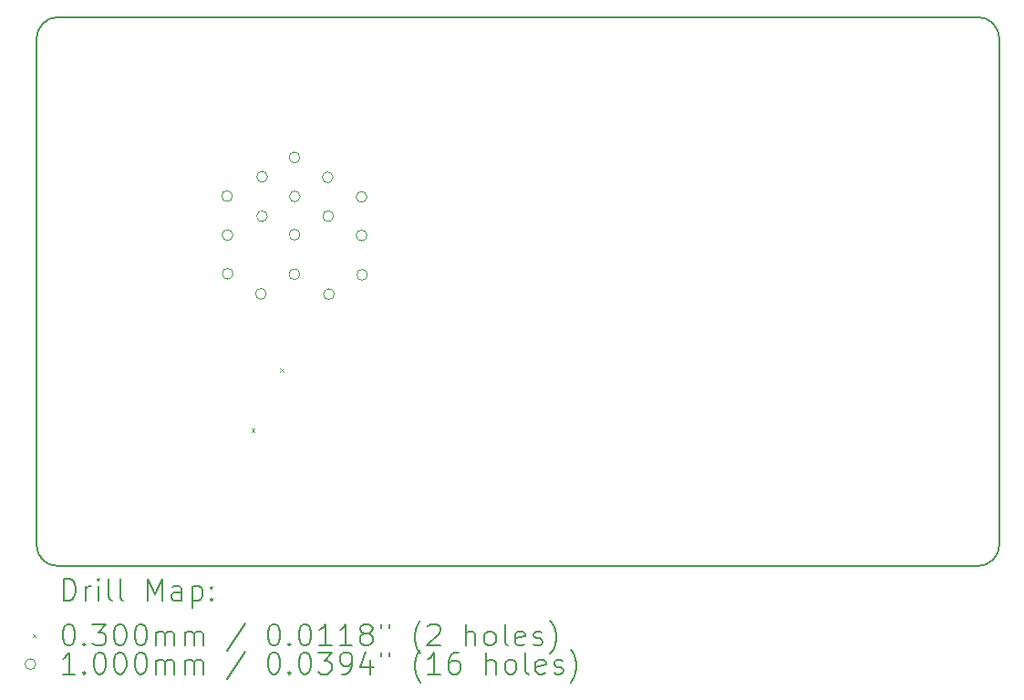
<source format=gbr>
%TF.GenerationSoftware,KiCad,Pcbnew,8.0.4*%
%TF.CreationDate,2025-04-27T23:41:52-04:00*%
%TF.ProjectId,HDW_BUSINESS_CARD,4844575f-4255-4534-994e-4553535f4341,rev?*%
%TF.SameCoordinates,Original*%
%TF.FileFunction,Drillmap*%
%TF.FilePolarity,Positive*%
%FSLAX45Y45*%
G04 Gerber Fmt 4.5, Leading zero omitted, Abs format (unit mm)*
G04 Created by KiCad (PCBNEW 8.0.4) date 2025-04-27 23:41:52*
%MOMM*%
%LPD*%
G01*
G04 APERTURE LIST*
%ADD10C,0.150000*%
%ADD11C,0.200000*%
%ADD12C,0.100000*%
G04 APERTURE END LIST*
D10*
X14020800Y-9977550D02*
X14020800Y-5283200D01*
X13817600Y-10180750D02*
X5276850Y-10180750D01*
X5080000Y-9983900D02*
X5080000Y-5283200D01*
X5283200Y-5080000D02*
X13817600Y-5080000D01*
X5080000Y-5283200D02*
G75*
G02*
X5283200Y-5080000I203200J0D01*
G01*
X13817600Y-5080000D02*
G75*
G02*
X14020800Y-5283200I0J-203200D01*
G01*
X14020800Y-9977550D02*
G75*
G02*
X13817600Y-10180750I-203200J0D01*
G01*
X5276850Y-10180750D02*
G75*
G02*
X5080000Y-9983900I0J196850D01*
G01*
D11*
D12*
X7075000Y-8905000D02*
X7105000Y-8935000D01*
X7105000Y-8905000D02*
X7075000Y-8935000D01*
X7341000Y-8347000D02*
X7371000Y-8377000D01*
X7371000Y-8347000D02*
X7341000Y-8377000D01*
X6899000Y-6743000D02*
G75*
G02*
X6799000Y-6743000I-50000J0D01*
G01*
X6799000Y-6743000D02*
G75*
G02*
X6899000Y-6743000I50000J0D01*
G01*
X6903000Y-7106000D02*
G75*
G02*
X6803000Y-7106000I-50000J0D01*
G01*
X6803000Y-7106000D02*
G75*
G02*
X6903000Y-7106000I50000J0D01*
G01*
X6905000Y-7465000D02*
G75*
G02*
X6805000Y-7465000I-50000J0D01*
G01*
X6805000Y-7465000D02*
G75*
G02*
X6905000Y-7465000I50000J0D01*
G01*
X7213000Y-7652000D02*
G75*
G02*
X7113000Y-7652000I-50000J0D01*
G01*
X7113000Y-7652000D02*
G75*
G02*
X7213000Y-7652000I50000J0D01*
G01*
X7224000Y-6931000D02*
G75*
G02*
X7124000Y-6931000I-50000J0D01*
G01*
X7124000Y-6931000D02*
G75*
G02*
X7224000Y-6931000I50000J0D01*
G01*
X7225000Y-6564000D02*
G75*
G02*
X7125000Y-6564000I-50000J0D01*
G01*
X7125000Y-6564000D02*
G75*
G02*
X7225000Y-6564000I50000J0D01*
G01*
X7524000Y-7470000D02*
G75*
G02*
X7424000Y-7470000I-50000J0D01*
G01*
X7424000Y-7470000D02*
G75*
G02*
X7524000Y-7470000I50000J0D01*
G01*
X7525000Y-6385000D02*
G75*
G02*
X7425000Y-6385000I-50000J0D01*
G01*
X7425000Y-6385000D02*
G75*
G02*
X7525000Y-6385000I50000J0D01*
G01*
X7526000Y-7102000D02*
G75*
G02*
X7426000Y-7102000I-50000J0D01*
G01*
X7426000Y-7102000D02*
G75*
G02*
X7526000Y-7102000I50000J0D01*
G01*
X7528000Y-6747000D02*
G75*
G02*
X7428000Y-6747000I-50000J0D01*
G01*
X7428000Y-6747000D02*
G75*
G02*
X7528000Y-6747000I50000J0D01*
G01*
X7833000Y-6570000D02*
G75*
G02*
X7733000Y-6570000I-50000J0D01*
G01*
X7733000Y-6570000D02*
G75*
G02*
X7833000Y-6570000I50000J0D01*
G01*
X7838000Y-6930000D02*
G75*
G02*
X7738000Y-6930000I-50000J0D01*
G01*
X7738000Y-6930000D02*
G75*
G02*
X7838000Y-6930000I50000J0D01*
G01*
X7845000Y-7655000D02*
G75*
G02*
X7745000Y-7655000I-50000J0D01*
G01*
X7745000Y-7655000D02*
G75*
G02*
X7845000Y-7655000I50000J0D01*
G01*
X8148000Y-6751000D02*
G75*
G02*
X8048000Y-6751000I-50000J0D01*
G01*
X8048000Y-6751000D02*
G75*
G02*
X8148000Y-6751000I50000J0D01*
G01*
X8148000Y-7110000D02*
G75*
G02*
X8048000Y-7110000I-50000J0D01*
G01*
X8048000Y-7110000D02*
G75*
G02*
X8148000Y-7110000I50000J0D01*
G01*
X8153000Y-7475000D02*
G75*
G02*
X8053000Y-7475000I-50000J0D01*
G01*
X8053000Y-7475000D02*
G75*
G02*
X8153000Y-7475000I50000J0D01*
G01*
D11*
X5333277Y-10499734D02*
X5333277Y-10299734D01*
X5333277Y-10299734D02*
X5380896Y-10299734D01*
X5380896Y-10299734D02*
X5409467Y-10309258D01*
X5409467Y-10309258D02*
X5428515Y-10328305D01*
X5428515Y-10328305D02*
X5438039Y-10347353D01*
X5438039Y-10347353D02*
X5447563Y-10385448D01*
X5447563Y-10385448D02*
X5447563Y-10414020D01*
X5447563Y-10414020D02*
X5438039Y-10452115D01*
X5438039Y-10452115D02*
X5428515Y-10471162D01*
X5428515Y-10471162D02*
X5409467Y-10490210D01*
X5409467Y-10490210D02*
X5380896Y-10499734D01*
X5380896Y-10499734D02*
X5333277Y-10499734D01*
X5533277Y-10499734D02*
X5533277Y-10366400D01*
X5533277Y-10404496D02*
X5542801Y-10385448D01*
X5542801Y-10385448D02*
X5552324Y-10375924D01*
X5552324Y-10375924D02*
X5571372Y-10366400D01*
X5571372Y-10366400D02*
X5590420Y-10366400D01*
X5657086Y-10499734D02*
X5657086Y-10366400D01*
X5657086Y-10299734D02*
X5647562Y-10309258D01*
X5647562Y-10309258D02*
X5657086Y-10318781D01*
X5657086Y-10318781D02*
X5666610Y-10309258D01*
X5666610Y-10309258D02*
X5657086Y-10299734D01*
X5657086Y-10299734D02*
X5657086Y-10318781D01*
X5780896Y-10499734D02*
X5761848Y-10490210D01*
X5761848Y-10490210D02*
X5752324Y-10471162D01*
X5752324Y-10471162D02*
X5752324Y-10299734D01*
X5885658Y-10499734D02*
X5866610Y-10490210D01*
X5866610Y-10490210D02*
X5857086Y-10471162D01*
X5857086Y-10471162D02*
X5857086Y-10299734D01*
X6114229Y-10499734D02*
X6114229Y-10299734D01*
X6114229Y-10299734D02*
X6180896Y-10442591D01*
X6180896Y-10442591D02*
X6247562Y-10299734D01*
X6247562Y-10299734D02*
X6247562Y-10499734D01*
X6428515Y-10499734D02*
X6428515Y-10394972D01*
X6428515Y-10394972D02*
X6418991Y-10375924D01*
X6418991Y-10375924D02*
X6399943Y-10366400D01*
X6399943Y-10366400D02*
X6361848Y-10366400D01*
X6361848Y-10366400D02*
X6342801Y-10375924D01*
X6428515Y-10490210D02*
X6409467Y-10499734D01*
X6409467Y-10499734D02*
X6361848Y-10499734D01*
X6361848Y-10499734D02*
X6342801Y-10490210D01*
X6342801Y-10490210D02*
X6333277Y-10471162D01*
X6333277Y-10471162D02*
X6333277Y-10452115D01*
X6333277Y-10452115D02*
X6342801Y-10433067D01*
X6342801Y-10433067D02*
X6361848Y-10423543D01*
X6361848Y-10423543D02*
X6409467Y-10423543D01*
X6409467Y-10423543D02*
X6428515Y-10414020D01*
X6523753Y-10366400D02*
X6523753Y-10566400D01*
X6523753Y-10375924D02*
X6542801Y-10366400D01*
X6542801Y-10366400D02*
X6580896Y-10366400D01*
X6580896Y-10366400D02*
X6599943Y-10375924D01*
X6599943Y-10375924D02*
X6609467Y-10385448D01*
X6609467Y-10385448D02*
X6618991Y-10404496D01*
X6618991Y-10404496D02*
X6618991Y-10461639D01*
X6618991Y-10461639D02*
X6609467Y-10480686D01*
X6609467Y-10480686D02*
X6599943Y-10490210D01*
X6599943Y-10490210D02*
X6580896Y-10499734D01*
X6580896Y-10499734D02*
X6542801Y-10499734D01*
X6542801Y-10499734D02*
X6523753Y-10490210D01*
X6704705Y-10480686D02*
X6714229Y-10490210D01*
X6714229Y-10490210D02*
X6704705Y-10499734D01*
X6704705Y-10499734D02*
X6695182Y-10490210D01*
X6695182Y-10490210D02*
X6704705Y-10480686D01*
X6704705Y-10480686D02*
X6704705Y-10499734D01*
X6704705Y-10375924D02*
X6714229Y-10385448D01*
X6714229Y-10385448D02*
X6704705Y-10394972D01*
X6704705Y-10394972D02*
X6695182Y-10385448D01*
X6695182Y-10385448D02*
X6704705Y-10375924D01*
X6704705Y-10375924D02*
X6704705Y-10394972D01*
D12*
X5042500Y-10813250D02*
X5072500Y-10843250D01*
X5072500Y-10813250D02*
X5042500Y-10843250D01*
D11*
X5371372Y-10719734D02*
X5390420Y-10719734D01*
X5390420Y-10719734D02*
X5409467Y-10729258D01*
X5409467Y-10729258D02*
X5418991Y-10738781D01*
X5418991Y-10738781D02*
X5428515Y-10757829D01*
X5428515Y-10757829D02*
X5438039Y-10795924D01*
X5438039Y-10795924D02*
X5438039Y-10843543D01*
X5438039Y-10843543D02*
X5428515Y-10881639D01*
X5428515Y-10881639D02*
X5418991Y-10900686D01*
X5418991Y-10900686D02*
X5409467Y-10910210D01*
X5409467Y-10910210D02*
X5390420Y-10919734D01*
X5390420Y-10919734D02*
X5371372Y-10919734D01*
X5371372Y-10919734D02*
X5352324Y-10910210D01*
X5352324Y-10910210D02*
X5342801Y-10900686D01*
X5342801Y-10900686D02*
X5333277Y-10881639D01*
X5333277Y-10881639D02*
X5323753Y-10843543D01*
X5323753Y-10843543D02*
X5323753Y-10795924D01*
X5323753Y-10795924D02*
X5333277Y-10757829D01*
X5333277Y-10757829D02*
X5342801Y-10738781D01*
X5342801Y-10738781D02*
X5352324Y-10729258D01*
X5352324Y-10729258D02*
X5371372Y-10719734D01*
X5523753Y-10900686D02*
X5533277Y-10910210D01*
X5533277Y-10910210D02*
X5523753Y-10919734D01*
X5523753Y-10919734D02*
X5514229Y-10910210D01*
X5514229Y-10910210D02*
X5523753Y-10900686D01*
X5523753Y-10900686D02*
X5523753Y-10919734D01*
X5599943Y-10719734D02*
X5723753Y-10719734D01*
X5723753Y-10719734D02*
X5657086Y-10795924D01*
X5657086Y-10795924D02*
X5685658Y-10795924D01*
X5685658Y-10795924D02*
X5704705Y-10805448D01*
X5704705Y-10805448D02*
X5714229Y-10814972D01*
X5714229Y-10814972D02*
X5723753Y-10834020D01*
X5723753Y-10834020D02*
X5723753Y-10881639D01*
X5723753Y-10881639D02*
X5714229Y-10900686D01*
X5714229Y-10900686D02*
X5704705Y-10910210D01*
X5704705Y-10910210D02*
X5685658Y-10919734D01*
X5685658Y-10919734D02*
X5628515Y-10919734D01*
X5628515Y-10919734D02*
X5609467Y-10910210D01*
X5609467Y-10910210D02*
X5599943Y-10900686D01*
X5847562Y-10719734D02*
X5866610Y-10719734D01*
X5866610Y-10719734D02*
X5885658Y-10729258D01*
X5885658Y-10729258D02*
X5895182Y-10738781D01*
X5895182Y-10738781D02*
X5904705Y-10757829D01*
X5904705Y-10757829D02*
X5914229Y-10795924D01*
X5914229Y-10795924D02*
X5914229Y-10843543D01*
X5914229Y-10843543D02*
X5904705Y-10881639D01*
X5904705Y-10881639D02*
X5895182Y-10900686D01*
X5895182Y-10900686D02*
X5885658Y-10910210D01*
X5885658Y-10910210D02*
X5866610Y-10919734D01*
X5866610Y-10919734D02*
X5847562Y-10919734D01*
X5847562Y-10919734D02*
X5828515Y-10910210D01*
X5828515Y-10910210D02*
X5818991Y-10900686D01*
X5818991Y-10900686D02*
X5809467Y-10881639D01*
X5809467Y-10881639D02*
X5799943Y-10843543D01*
X5799943Y-10843543D02*
X5799943Y-10795924D01*
X5799943Y-10795924D02*
X5809467Y-10757829D01*
X5809467Y-10757829D02*
X5818991Y-10738781D01*
X5818991Y-10738781D02*
X5828515Y-10729258D01*
X5828515Y-10729258D02*
X5847562Y-10719734D01*
X6038039Y-10719734D02*
X6057086Y-10719734D01*
X6057086Y-10719734D02*
X6076134Y-10729258D01*
X6076134Y-10729258D02*
X6085658Y-10738781D01*
X6085658Y-10738781D02*
X6095182Y-10757829D01*
X6095182Y-10757829D02*
X6104705Y-10795924D01*
X6104705Y-10795924D02*
X6104705Y-10843543D01*
X6104705Y-10843543D02*
X6095182Y-10881639D01*
X6095182Y-10881639D02*
X6085658Y-10900686D01*
X6085658Y-10900686D02*
X6076134Y-10910210D01*
X6076134Y-10910210D02*
X6057086Y-10919734D01*
X6057086Y-10919734D02*
X6038039Y-10919734D01*
X6038039Y-10919734D02*
X6018991Y-10910210D01*
X6018991Y-10910210D02*
X6009467Y-10900686D01*
X6009467Y-10900686D02*
X5999943Y-10881639D01*
X5999943Y-10881639D02*
X5990420Y-10843543D01*
X5990420Y-10843543D02*
X5990420Y-10795924D01*
X5990420Y-10795924D02*
X5999943Y-10757829D01*
X5999943Y-10757829D02*
X6009467Y-10738781D01*
X6009467Y-10738781D02*
X6018991Y-10729258D01*
X6018991Y-10729258D02*
X6038039Y-10719734D01*
X6190420Y-10919734D02*
X6190420Y-10786400D01*
X6190420Y-10805448D02*
X6199943Y-10795924D01*
X6199943Y-10795924D02*
X6218991Y-10786400D01*
X6218991Y-10786400D02*
X6247563Y-10786400D01*
X6247563Y-10786400D02*
X6266610Y-10795924D01*
X6266610Y-10795924D02*
X6276134Y-10814972D01*
X6276134Y-10814972D02*
X6276134Y-10919734D01*
X6276134Y-10814972D02*
X6285658Y-10795924D01*
X6285658Y-10795924D02*
X6304705Y-10786400D01*
X6304705Y-10786400D02*
X6333277Y-10786400D01*
X6333277Y-10786400D02*
X6352324Y-10795924D01*
X6352324Y-10795924D02*
X6361848Y-10814972D01*
X6361848Y-10814972D02*
X6361848Y-10919734D01*
X6457086Y-10919734D02*
X6457086Y-10786400D01*
X6457086Y-10805448D02*
X6466610Y-10795924D01*
X6466610Y-10795924D02*
X6485658Y-10786400D01*
X6485658Y-10786400D02*
X6514229Y-10786400D01*
X6514229Y-10786400D02*
X6533277Y-10795924D01*
X6533277Y-10795924D02*
X6542801Y-10814972D01*
X6542801Y-10814972D02*
X6542801Y-10919734D01*
X6542801Y-10814972D02*
X6552324Y-10795924D01*
X6552324Y-10795924D02*
X6571372Y-10786400D01*
X6571372Y-10786400D02*
X6599943Y-10786400D01*
X6599943Y-10786400D02*
X6618991Y-10795924D01*
X6618991Y-10795924D02*
X6628515Y-10814972D01*
X6628515Y-10814972D02*
X6628515Y-10919734D01*
X7018991Y-10710210D02*
X6847563Y-10967353D01*
X7276134Y-10719734D02*
X7295182Y-10719734D01*
X7295182Y-10719734D02*
X7314229Y-10729258D01*
X7314229Y-10729258D02*
X7323753Y-10738781D01*
X7323753Y-10738781D02*
X7333277Y-10757829D01*
X7333277Y-10757829D02*
X7342801Y-10795924D01*
X7342801Y-10795924D02*
X7342801Y-10843543D01*
X7342801Y-10843543D02*
X7333277Y-10881639D01*
X7333277Y-10881639D02*
X7323753Y-10900686D01*
X7323753Y-10900686D02*
X7314229Y-10910210D01*
X7314229Y-10910210D02*
X7295182Y-10919734D01*
X7295182Y-10919734D02*
X7276134Y-10919734D01*
X7276134Y-10919734D02*
X7257086Y-10910210D01*
X7257086Y-10910210D02*
X7247563Y-10900686D01*
X7247563Y-10900686D02*
X7238039Y-10881639D01*
X7238039Y-10881639D02*
X7228515Y-10843543D01*
X7228515Y-10843543D02*
X7228515Y-10795924D01*
X7228515Y-10795924D02*
X7238039Y-10757829D01*
X7238039Y-10757829D02*
X7247563Y-10738781D01*
X7247563Y-10738781D02*
X7257086Y-10729258D01*
X7257086Y-10729258D02*
X7276134Y-10719734D01*
X7428515Y-10900686D02*
X7438039Y-10910210D01*
X7438039Y-10910210D02*
X7428515Y-10919734D01*
X7428515Y-10919734D02*
X7418991Y-10910210D01*
X7418991Y-10910210D02*
X7428515Y-10900686D01*
X7428515Y-10900686D02*
X7428515Y-10919734D01*
X7561848Y-10719734D02*
X7580896Y-10719734D01*
X7580896Y-10719734D02*
X7599944Y-10729258D01*
X7599944Y-10729258D02*
X7609467Y-10738781D01*
X7609467Y-10738781D02*
X7618991Y-10757829D01*
X7618991Y-10757829D02*
X7628515Y-10795924D01*
X7628515Y-10795924D02*
X7628515Y-10843543D01*
X7628515Y-10843543D02*
X7618991Y-10881639D01*
X7618991Y-10881639D02*
X7609467Y-10900686D01*
X7609467Y-10900686D02*
X7599944Y-10910210D01*
X7599944Y-10910210D02*
X7580896Y-10919734D01*
X7580896Y-10919734D02*
X7561848Y-10919734D01*
X7561848Y-10919734D02*
X7542801Y-10910210D01*
X7542801Y-10910210D02*
X7533277Y-10900686D01*
X7533277Y-10900686D02*
X7523753Y-10881639D01*
X7523753Y-10881639D02*
X7514229Y-10843543D01*
X7514229Y-10843543D02*
X7514229Y-10795924D01*
X7514229Y-10795924D02*
X7523753Y-10757829D01*
X7523753Y-10757829D02*
X7533277Y-10738781D01*
X7533277Y-10738781D02*
X7542801Y-10729258D01*
X7542801Y-10729258D02*
X7561848Y-10719734D01*
X7818991Y-10919734D02*
X7704706Y-10919734D01*
X7761848Y-10919734D02*
X7761848Y-10719734D01*
X7761848Y-10719734D02*
X7742801Y-10748305D01*
X7742801Y-10748305D02*
X7723753Y-10767353D01*
X7723753Y-10767353D02*
X7704706Y-10776877D01*
X8009467Y-10919734D02*
X7895182Y-10919734D01*
X7952325Y-10919734D02*
X7952325Y-10719734D01*
X7952325Y-10719734D02*
X7933277Y-10748305D01*
X7933277Y-10748305D02*
X7914229Y-10767353D01*
X7914229Y-10767353D02*
X7895182Y-10776877D01*
X8123753Y-10805448D02*
X8104706Y-10795924D01*
X8104706Y-10795924D02*
X8095182Y-10786400D01*
X8095182Y-10786400D02*
X8085658Y-10767353D01*
X8085658Y-10767353D02*
X8085658Y-10757829D01*
X8085658Y-10757829D02*
X8095182Y-10738781D01*
X8095182Y-10738781D02*
X8104706Y-10729258D01*
X8104706Y-10729258D02*
X8123753Y-10719734D01*
X8123753Y-10719734D02*
X8161848Y-10719734D01*
X8161848Y-10719734D02*
X8180896Y-10729258D01*
X8180896Y-10729258D02*
X8190420Y-10738781D01*
X8190420Y-10738781D02*
X8199944Y-10757829D01*
X8199944Y-10757829D02*
X8199944Y-10767353D01*
X8199944Y-10767353D02*
X8190420Y-10786400D01*
X8190420Y-10786400D02*
X8180896Y-10795924D01*
X8180896Y-10795924D02*
X8161848Y-10805448D01*
X8161848Y-10805448D02*
X8123753Y-10805448D01*
X8123753Y-10805448D02*
X8104706Y-10814972D01*
X8104706Y-10814972D02*
X8095182Y-10824496D01*
X8095182Y-10824496D02*
X8085658Y-10843543D01*
X8085658Y-10843543D02*
X8085658Y-10881639D01*
X8085658Y-10881639D02*
X8095182Y-10900686D01*
X8095182Y-10900686D02*
X8104706Y-10910210D01*
X8104706Y-10910210D02*
X8123753Y-10919734D01*
X8123753Y-10919734D02*
X8161848Y-10919734D01*
X8161848Y-10919734D02*
X8180896Y-10910210D01*
X8180896Y-10910210D02*
X8190420Y-10900686D01*
X8190420Y-10900686D02*
X8199944Y-10881639D01*
X8199944Y-10881639D02*
X8199944Y-10843543D01*
X8199944Y-10843543D02*
X8190420Y-10824496D01*
X8190420Y-10824496D02*
X8180896Y-10814972D01*
X8180896Y-10814972D02*
X8161848Y-10805448D01*
X8276134Y-10719734D02*
X8276134Y-10757829D01*
X8352325Y-10719734D02*
X8352325Y-10757829D01*
X8647563Y-10995924D02*
X8638039Y-10986400D01*
X8638039Y-10986400D02*
X8618991Y-10957829D01*
X8618991Y-10957829D02*
X8609468Y-10938781D01*
X8609468Y-10938781D02*
X8599944Y-10910210D01*
X8599944Y-10910210D02*
X8590420Y-10862591D01*
X8590420Y-10862591D02*
X8590420Y-10824496D01*
X8590420Y-10824496D02*
X8599944Y-10776877D01*
X8599944Y-10776877D02*
X8609468Y-10748305D01*
X8609468Y-10748305D02*
X8618991Y-10729258D01*
X8618991Y-10729258D02*
X8638039Y-10700686D01*
X8638039Y-10700686D02*
X8647563Y-10691162D01*
X8714230Y-10738781D02*
X8723753Y-10729258D01*
X8723753Y-10729258D02*
X8742801Y-10719734D01*
X8742801Y-10719734D02*
X8790420Y-10719734D01*
X8790420Y-10719734D02*
X8809468Y-10729258D01*
X8809468Y-10729258D02*
X8818991Y-10738781D01*
X8818991Y-10738781D02*
X8828515Y-10757829D01*
X8828515Y-10757829D02*
X8828515Y-10776877D01*
X8828515Y-10776877D02*
X8818991Y-10805448D01*
X8818991Y-10805448D02*
X8704706Y-10919734D01*
X8704706Y-10919734D02*
X8828515Y-10919734D01*
X9066611Y-10919734D02*
X9066611Y-10719734D01*
X9152325Y-10919734D02*
X9152325Y-10814972D01*
X9152325Y-10814972D02*
X9142801Y-10795924D01*
X9142801Y-10795924D02*
X9123753Y-10786400D01*
X9123753Y-10786400D02*
X9095182Y-10786400D01*
X9095182Y-10786400D02*
X9076134Y-10795924D01*
X9076134Y-10795924D02*
X9066611Y-10805448D01*
X9276134Y-10919734D02*
X9257087Y-10910210D01*
X9257087Y-10910210D02*
X9247563Y-10900686D01*
X9247563Y-10900686D02*
X9238039Y-10881639D01*
X9238039Y-10881639D02*
X9238039Y-10824496D01*
X9238039Y-10824496D02*
X9247563Y-10805448D01*
X9247563Y-10805448D02*
X9257087Y-10795924D01*
X9257087Y-10795924D02*
X9276134Y-10786400D01*
X9276134Y-10786400D02*
X9304706Y-10786400D01*
X9304706Y-10786400D02*
X9323753Y-10795924D01*
X9323753Y-10795924D02*
X9333277Y-10805448D01*
X9333277Y-10805448D02*
X9342801Y-10824496D01*
X9342801Y-10824496D02*
X9342801Y-10881639D01*
X9342801Y-10881639D02*
X9333277Y-10900686D01*
X9333277Y-10900686D02*
X9323753Y-10910210D01*
X9323753Y-10910210D02*
X9304706Y-10919734D01*
X9304706Y-10919734D02*
X9276134Y-10919734D01*
X9457087Y-10919734D02*
X9438039Y-10910210D01*
X9438039Y-10910210D02*
X9428515Y-10891162D01*
X9428515Y-10891162D02*
X9428515Y-10719734D01*
X9609468Y-10910210D02*
X9590420Y-10919734D01*
X9590420Y-10919734D02*
X9552325Y-10919734D01*
X9552325Y-10919734D02*
X9533277Y-10910210D01*
X9533277Y-10910210D02*
X9523753Y-10891162D01*
X9523753Y-10891162D02*
X9523753Y-10814972D01*
X9523753Y-10814972D02*
X9533277Y-10795924D01*
X9533277Y-10795924D02*
X9552325Y-10786400D01*
X9552325Y-10786400D02*
X9590420Y-10786400D01*
X9590420Y-10786400D02*
X9609468Y-10795924D01*
X9609468Y-10795924D02*
X9618992Y-10814972D01*
X9618992Y-10814972D02*
X9618992Y-10834020D01*
X9618992Y-10834020D02*
X9523753Y-10853067D01*
X9695182Y-10910210D02*
X9714230Y-10919734D01*
X9714230Y-10919734D02*
X9752325Y-10919734D01*
X9752325Y-10919734D02*
X9771373Y-10910210D01*
X9771373Y-10910210D02*
X9780896Y-10891162D01*
X9780896Y-10891162D02*
X9780896Y-10881639D01*
X9780896Y-10881639D02*
X9771373Y-10862591D01*
X9771373Y-10862591D02*
X9752325Y-10853067D01*
X9752325Y-10853067D02*
X9723753Y-10853067D01*
X9723753Y-10853067D02*
X9704706Y-10843543D01*
X9704706Y-10843543D02*
X9695182Y-10824496D01*
X9695182Y-10824496D02*
X9695182Y-10814972D01*
X9695182Y-10814972D02*
X9704706Y-10795924D01*
X9704706Y-10795924D02*
X9723753Y-10786400D01*
X9723753Y-10786400D02*
X9752325Y-10786400D01*
X9752325Y-10786400D02*
X9771373Y-10795924D01*
X9847563Y-10995924D02*
X9857087Y-10986400D01*
X9857087Y-10986400D02*
X9876134Y-10957829D01*
X9876134Y-10957829D02*
X9885658Y-10938781D01*
X9885658Y-10938781D02*
X9895182Y-10910210D01*
X9895182Y-10910210D02*
X9904706Y-10862591D01*
X9904706Y-10862591D02*
X9904706Y-10824496D01*
X9904706Y-10824496D02*
X9895182Y-10776877D01*
X9895182Y-10776877D02*
X9885658Y-10748305D01*
X9885658Y-10748305D02*
X9876134Y-10729258D01*
X9876134Y-10729258D02*
X9857087Y-10700686D01*
X9857087Y-10700686D02*
X9847563Y-10691162D01*
D12*
X5072500Y-11092250D02*
G75*
G02*
X4972500Y-11092250I-50000J0D01*
G01*
X4972500Y-11092250D02*
G75*
G02*
X5072500Y-11092250I50000J0D01*
G01*
D11*
X5438039Y-11183734D02*
X5323753Y-11183734D01*
X5380896Y-11183734D02*
X5380896Y-10983734D01*
X5380896Y-10983734D02*
X5361848Y-11012305D01*
X5361848Y-11012305D02*
X5342801Y-11031353D01*
X5342801Y-11031353D02*
X5323753Y-11040877D01*
X5523753Y-11164686D02*
X5533277Y-11174210D01*
X5533277Y-11174210D02*
X5523753Y-11183734D01*
X5523753Y-11183734D02*
X5514229Y-11174210D01*
X5514229Y-11174210D02*
X5523753Y-11164686D01*
X5523753Y-11164686D02*
X5523753Y-11183734D01*
X5657086Y-10983734D02*
X5676134Y-10983734D01*
X5676134Y-10983734D02*
X5695182Y-10993258D01*
X5695182Y-10993258D02*
X5704705Y-11002781D01*
X5704705Y-11002781D02*
X5714229Y-11021829D01*
X5714229Y-11021829D02*
X5723753Y-11059924D01*
X5723753Y-11059924D02*
X5723753Y-11107543D01*
X5723753Y-11107543D02*
X5714229Y-11145639D01*
X5714229Y-11145639D02*
X5704705Y-11164686D01*
X5704705Y-11164686D02*
X5695182Y-11174210D01*
X5695182Y-11174210D02*
X5676134Y-11183734D01*
X5676134Y-11183734D02*
X5657086Y-11183734D01*
X5657086Y-11183734D02*
X5638039Y-11174210D01*
X5638039Y-11174210D02*
X5628515Y-11164686D01*
X5628515Y-11164686D02*
X5618991Y-11145639D01*
X5618991Y-11145639D02*
X5609467Y-11107543D01*
X5609467Y-11107543D02*
X5609467Y-11059924D01*
X5609467Y-11059924D02*
X5618991Y-11021829D01*
X5618991Y-11021829D02*
X5628515Y-11002781D01*
X5628515Y-11002781D02*
X5638039Y-10993258D01*
X5638039Y-10993258D02*
X5657086Y-10983734D01*
X5847562Y-10983734D02*
X5866610Y-10983734D01*
X5866610Y-10983734D02*
X5885658Y-10993258D01*
X5885658Y-10993258D02*
X5895182Y-11002781D01*
X5895182Y-11002781D02*
X5904705Y-11021829D01*
X5904705Y-11021829D02*
X5914229Y-11059924D01*
X5914229Y-11059924D02*
X5914229Y-11107543D01*
X5914229Y-11107543D02*
X5904705Y-11145639D01*
X5904705Y-11145639D02*
X5895182Y-11164686D01*
X5895182Y-11164686D02*
X5885658Y-11174210D01*
X5885658Y-11174210D02*
X5866610Y-11183734D01*
X5866610Y-11183734D02*
X5847562Y-11183734D01*
X5847562Y-11183734D02*
X5828515Y-11174210D01*
X5828515Y-11174210D02*
X5818991Y-11164686D01*
X5818991Y-11164686D02*
X5809467Y-11145639D01*
X5809467Y-11145639D02*
X5799943Y-11107543D01*
X5799943Y-11107543D02*
X5799943Y-11059924D01*
X5799943Y-11059924D02*
X5809467Y-11021829D01*
X5809467Y-11021829D02*
X5818991Y-11002781D01*
X5818991Y-11002781D02*
X5828515Y-10993258D01*
X5828515Y-10993258D02*
X5847562Y-10983734D01*
X6038039Y-10983734D02*
X6057086Y-10983734D01*
X6057086Y-10983734D02*
X6076134Y-10993258D01*
X6076134Y-10993258D02*
X6085658Y-11002781D01*
X6085658Y-11002781D02*
X6095182Y-11021829D01*
X6095182Y-11021829D02*
X6104705Y-11059924D01*
X6104705Y-11059924D02*
X6104705Y-11107543D01*
X6104705Y-11107543D02*
X6095182Y-11145639D01*
X6095182Y-11145639D02*
X6085658Y-11164686D01*
X6085658Y-11164686D02*
X6076134Y-11174210D01*
X6076134Y-11174210D02*
X6057086Y-11183734D01*
X6057086Y-11183734D02*
X6038039Y-11183734D01*
X6038039Y-11183734D02*
X6018991Y-11174210D01*
X6018991Y-11174210D02*
X6009467Y-11164686D01*
X6009467Y-11164686D02*
X5999943Y-11145639D01*
X5999943Y-11145639D02*
X5990420Y-11107543D01*
X5990420Y-11107543D02*
X5990420Y-11059924D01*
X5990420Y-11059924D02*
X5999943Y-11021829D01*
X5999943Y-11021829D02*
X6009467Y-11002781D01*
X6009467Y-11002781D02*
X6018991Y-10993258D01*
X6018991Y-10993258D02*
X6038039Y-10983734D01*
X6190420Y-11183734D02*
X6190420Y-11050400D01*
X6190420Y-11069448D02*
X6199943Y-11059924D01*
X6199943Y-11059924D02*
X6218991Y-11050400D01*
X6218991Y-11050400D02*
X6247563Y-11050400D01*
X6247563Y-11050400D02*
X6266610Y-11059924D01*
X6266610Y-11059924D02*
X6276134Y-11078972D01*
X6276134Y-11078972D02*
X6276134Y-11183734D01*
X6276134Y-11078972D02*
X6285658Y-11059924D01*
X6285658Y-11059924D02*
X6304705Y-11050400D01*
X6304705Y-11050400D02*
X6333277Y-11050400D01*
X6333277Y-11050400D02*
X6352324Y-11059924D01*
X6352324Y-11059924D02*
X6361848Y-11078972D01*
X6361848Y-11078972D02*
X6361848Y-11183734D01*
X6457086Y-11183734D02*
X6457086Y-11050400D01*
X6457086Y-11069448D02*
X6466610Y-11059924D01*
X6466610Y-11059924D02*
X6485658Y-11050400D01*
X6485658Y-11050400D02*
X6514229Y-11050400D01*
X6514229Y-11050400D02*
X6533277Y-11059924D01*
X6533277Y-11059924D02*
X6542801Y-11078972D01*
X6542801Y-11078972D02*
X6542801Y-11183734D01*
X6542801Y-11078972D02*
X6552324Y-11059924D01*
X6552324Y-11059924D02*
X6571372Y-11050400D01*
X6571372Y-11050400D02*
X6599943Y-11050400D01*
X6599943Y-11050400D02*
X6618991Y-11059924D01*
X6618991Y-11059924D02*
X6628515Y-11078972D01*
X6628515Y-11078972D02*
X6628515Y-11183734D01*
X7018991Y-10974210D02*
X6847563Y-11231353D01*
X7276134Y-10983734D02*
X7295182Y-10983734D01*
X7295182Y-10983734D02*
X7314229Y-10993258D01*
X7314229Y-10993258D02*
X7323753Y-11002781D01*
X7323753Y-11002781D02*
X7333277Y-11021829D01*
X7333277Y-11021829D02*
X7342801Y-11059924D01*
X7342801Y-11059924D02*
X7342801Y-11107543D01*
X7342801Y-11107543D02*
X7333277Y-11145639D01*
X7333277Y-11145639D02*
X7323753Y-11164686D01*
X7323753Y-11164686D02*
X7314229Y-11174210D01*
X7314229Y-11174210D02*
X7295182Y-11183734D01*
X7295182Y-11183734D02*
X7276134Y-11183734D01*
X7276134Y-11183734D02*
X7257086Y-11174210D01*
X7257086Y-11174210D02*
X7247563Y-11164686D01*
X7247563Y-11164686D02*
X7238039Y-11145639D01*
X7238039Y-11145639D02*
X7228515Y-11107543D01*
X7228515Y-11107543D02*
X7228515Y-11059924D01*
X7228515Y-11059924D02*
X7238039Y-11021829D01*
X7238039Y-11021829D02*
X7247563Y-11002781D01*
X7247563Y-11002781D02*
X7257086Y-10993258D01*
X7257086Y-10993258D02*
X7276134Y-10983734D01*
X7428515Y-11164686D02*
X7438039Y-11174210D01*
X7438039Y-11174210D02*
X7428515Y-11183734D01*
X7428515Y-11183734D02*
X7418991Y-11174210D01*
X7418991Y-11174210D02*
X7428515Y-11164686D01*
X7428515Y-11164686D02*
X7428515Y-11183734D01*
X7561848Y-10983734D02*
X7580896Y-10983734D01*
X7580896Y-10983734D02*
X7599944Y-10993258D01*
X7599944Y-10993258D02*
X7609467Y-11002781D01*
X7609467Y-11002781D02*
X7618991Y-11021829D01*
X7618991Y-11021829D02*
X7628515Y-11059924D01*
X7628515Y-11059924D02*
X7628515Y-11107543D01*
X7628515Y-11107543D02*
X7618991Y-11145639D01*
X7618991Y-11145639D02*
X7609467Y-11164686D01*
X7609467Y-11164686D02*
X7599944Y-11174210D01*
X7599944Y-11174210D02*
X7580896Y-11183734D01*
X7580896Y-11183734D02*
X7561848Y-11183734D01*
X7561848Y-11183734D02*
X7542801Y-11174210D01*
X7542801Y-11174210D02*
X7533277Y-11164686D01*
X7533277Y-11164686D02*
X7523753Y-11145639D01*
X7523753Y-11145639D02*
X7514229Y-11107543D01*
X7514229Y-11107543D02*
X7514229Y-11059924D01*
X7514229Y-11059924D02*
X7523753Y-11021829D01*
X7523753Y-11021829D02*
X7533277Y-11002781D01*
X7533277Y-11002781D02*
X7542801Y-10993258D01*
X7542801Y-10993258D02*
X7561848Y-10983734D01*
X7695182Y-10983734D02*
X7818991Y-10983734D01*
X7818991Y-10983734D02*
X7752325Y-11059924D01*
X7752325Y-11059924D02*
X7780896Y-11059924D01*
X7780896Y-11059924D02*
X7799944Y-11069448D01*
X7799944Y-11069448D02*
X7809467Y-11078972D01*
X7809467Y-11078972D02*
X7818991Y-11098020D01*
X7818991Y-11098020D02*
X7818991Y-11145639D01*
X7818991Y-11145639D02*
X7809467Y-11164686D01*
X7809467Y-11164686D02*
X7799944Y-11174210D01*
X7799944Y-11174210D02*
X7780896Y-11183734D01*
X7780896Y-11183734D02*
X7723753Y-11183734D01*
X7723753Y-11183734D02*
X7704706Y-11174210D01*
X7704706Y-11174210D02*
X7695182Y-11164686D01*
X7914229Y-11183734D02*
X7952325Y-11183734D01*
X7952325Y-11183734D02*
X7971372Y-11174210D01*
X7971372Y-11174210D02*
X7980896Y-11164686D01*
X7980896Y-11164686D02*
X7999944Y-11136115D01*
X7999944Y-11136115D02*
X8009467Y-11098020D01*
X8009467Y-11098020D02*
X8009467Y-11021829D01*
X8009467Y-11021829D02*
X7999944Y-11002781D01*
X7999944Y-11002781D02*
X7990420Y-10993258D01*
X7990420Y-10993258D02*
X7971372Y-10983734D01*
X7971372Y-10983734D02*
X7933277Y-10983734D01*
X7933277Y-10983734D02*
X7914229Y-10993258D01*
X7914229Y-10993258D02*
X7904706Y-11002781D01*
X7904706Y-11002781D02*
X7895182Y-11021829D01*
X7895182Y-11021829D02*
X7895182Y-11069448D01*
X7895182Y-11069448D02*
X7904706Y-11088496D01*
X7904706Y-11088496D02*
X7914229Y-11098020D01*
X7914229Y-11098020D02*
X7933277Y-11107543D01*
X7933277Y-11107543D02*
X7971372Y-11107543D01*
X7971372Y-11107543D02*
X7990420Y-11098020D01*
X7990420Y-11098020D02*
X7999944Y-11088496D01*
X7999944Y-11088496D02*
X8009467Y-11069448D01*
X8180896Y-11050400D02*
X8180896Y-11183734D01*
X8133277Y-10974210D02*
X8085658Y-11117067D01*
X8085658Y-11117067D02*
X8209467Y-11117067D01*
X8276134Y-10983734D02*
X8276134Y-11021829D01*
X8352325Y-10983734D02*
X8352325Y-11021829D01*
X8647563Y-11259924D02*
X8638039Y-11250400D01*
X8638039Y-11250400D02*
X8618991Y-11221829D01*
X8618991Y-11221829D02*
X8609468Y-11202781D01*
X8609468Y-11202781D02*
X8599944Y-11174210D01*
X8599944Y-11174210D02*
X8590420Y-11126591D01*
X8590420Y-11126591D02*
X8590420Y-11088496D01*
X8590420Y-11088496D02*
X8599944Y-11040877D01*
X8599944Y-11040877D02*
X8609468Y-11012305D01*
X8609468Y-11012305D02*
X8618991Y-10993258D01*
X8618991Y-10993258D02*
X8638039Y-10964686D01*
X8638039Y-10964686D02*
X8647563Y-10955162D01*
X8828515Y-11183734D02*
X8714230Y-11183734D01*
X8771372Y-11183734D02*
X8771372Y-10983734D01*
X8771372Y-10983734D02*
X8752325Y-11012305D01*
X8752325Y-11012305D02*
X8733277Y-11031353D01*
X8733277Y-11031353D02*
X8714230Y-11040877D01*
X8999944Y-10983734D02*
X8961849Y-10983734D01*
X8961849Y-10983734D02*
X8942801Y-10993258D01*
X8942801Y-10993258D02*
X8933277Y-11002781D01*
X8933277Y-11002781D02*
X8914230Y-11031353D01*
X8914230Y-11031353D02*
X8904706Y-11069448D01*
X8904706Y-11069448D02*
X8904706Y-11145639D01*
X8904706Y-11145639D02*
X8914230Y-11164686D01*
X8914230Y-11164686D02*
X8923753Y-11174210D01*
X8923753Y-11174210D02*
X8942801Y-11183734D01*
X8942801Y-11183734D02*
X8980896Y-11183734D01*
X8980896Y-11183734D02*
X8999944Y-11174210D01*
X8999944Y-11174210D02*
X9009468Y-11164686D01*
X9009468Y-11164686D02*
X9018991Y-11145639D01*
X9018991Y-11145639D02*
X9018991Y-11098020D01*
X9018991Y-11098020D02*
X9009468Y-11078972D01*
X9009468Y-11078972D02*
X8999944Y-11069448D01*
X8999944Y-11069448D02*
X8980896Y-11059924D01*
X8980896Y-11059924D02*
X8942801Y-11059924D01*
X8942801Y-11059924D02*
X8923753Y-11069448D01*
X8923753Y-11069448D02*
X8914230Y-11078972D01*
X8914230Y-11078972D02*
X8904706Y-11098020D01*
X9257087Y-11183734D02*
X9257087Y-10983734D01*
X9342801Y-11183734D02*
X9342801Y-11078972D01*
X9342801Y-11078972D02*
X9333277Y-11059924D01*
X9333277Y-11059924D02*
X9314230Y-11050400D01*
X9314230Y-11050400D02*
X9285658Y-11050400D01*
X9285658Y-11050400D02*
X9266611Y-11059924D01*
X9266611Y-11059924D02*
X9257087Y-11069448D01*
X9466611Y-11183734D02*
X9447563Y-11174210D01*
X9447563Y-11174210D02*
X9438039Y-11164686D01*
X9438039Y-11164686D02*
X9428515Y-11145639D01*
X9428515Y-11145639D02*
X9428515Y-11088496D01*
X9428515Y-11088496D02*
X9438039Y-11069448D01*
X9438039Y-11069448D02*
X9447563Y-11059924D01*
X9447563Y-11059924D02*
X9466611Y-11050400D01*
X9466611Y-11050400D02*
X9495182Y-11050400D01*
X9495182Y-11050400D02*
X9514230Y-11059924D01*
X9514230Y-11059924D02*
X9523753Y-11069448D01*
X9523753Y-11069448D02*
X9533277Y-11088496D01*
X9533277Y-11088496D02*
X9533277Y-11145639D01*
X9533277Y-11145639D02*
X9523753Y-11164686D01*
X9523753Y-11164686D02*
X9514230Y-11174210D01*
X9514230Y-11174210D02*
X9495182Y-11183734D01*
X9495182Y-11183734D02*
X9466611Y-11183734D01*
X9647563Y-11183734D02*
X9628515Y-11174210D01*
X9628515Y-11174210D02*
X9618992Y-11155162D01*
X9618992Y-11155162D02*
X9618992Y-10983734D01*
X9799944Y-11174210D02*
X9780896Y-11183734D01*
X9780896Y-11183734D02*
X9742801Y-11183734D01*
X9742801Y-11183734D02*
X9723753Y-11174210D01*
X9723753Y-11174210D02*
X9714230Y-11155162D01*
X9714230Y-11155162D02*
X9714230Y-11078972D01*
X9714230Y-11078972D02*
X9723753Y-11059924D01*
X9723753Y-11059924D02*
X9742801Y-11050400D01*
X9742801Y-11050400D02*
X9780896Y-11050400D01*
X9780896Y-11050400D02*
X9799944Y-11059924D01*
X9799944Y-11059924D02*
X9809468Y-11078972D01*
X9809468Y-11078972D02*
X9809468Y-11098020D01*
X9809468Y-11098020D02*
X9714230Y-11117067D01*
X9885658Y-11174210D02*
X9904706Y-11183734D01*
X9904706Y-11183734D02*
X9942801Y-11183734D01*
X9942801Y-11183734D02*
X9961849Y-11174210D01*
X9961849Y-11174210D02*
X9971373Y-11155162D01*
X9971373Y-11155162D02*
X9971373Y-11145639D01*
X9971373Y-11145639D02*
X9961849Y-11126591D01*
X9961849Y-11126591D02*
X9942801Y-11117067D01*
X9942801Y-11117067D02*
X9914230Y-11117067D01*
X9914230Y-11117067D02*
X9895182Y-11107543D01*
X9895182Y-11107543D02*
X9885658Y-11088496D01*
X9885658Y-11088496D02*
X9885658Y-11078972D01*
X9885658Y-11078972D02*
X9895182Y-11059924D01*
X9895182Y-11059924D02*
X9914230Y-11050400D01*
X9914230Y-11050400D02*
X9942801Y-11050400D01*
X9942801Y-11050400D02*
X9961849Y-11059924D01*
X10038039Y-11259924D02*
X10047563Y-11250400D01*
X10047563Y-11250400D02*
X10066611Y-11221829D01*
X10066611Y-11221829D02*
X10076134Y-11202781D01*
X10076134Y-11202781D02*
X10085658Y-11174210D01*
X10085658Y-11174210D02*
X10095182Y-11126591D01*
X10095182Y-11126591D02*
X10095182Y-11088496D01*
X10095182Y-11088496D02*
X10085658Y-11040877D01*
X10085658Y-11040877D02*
X10076134Y-11012305D01*
X10076134Y-11012305D02*
X10066611Y-10993258D01*
X10066611Y-10993258D02*
X10047563Y-10964686D01*
X10047563Y-10964686D02*
X10038039Y-10955162D01*
M02*

</source>
